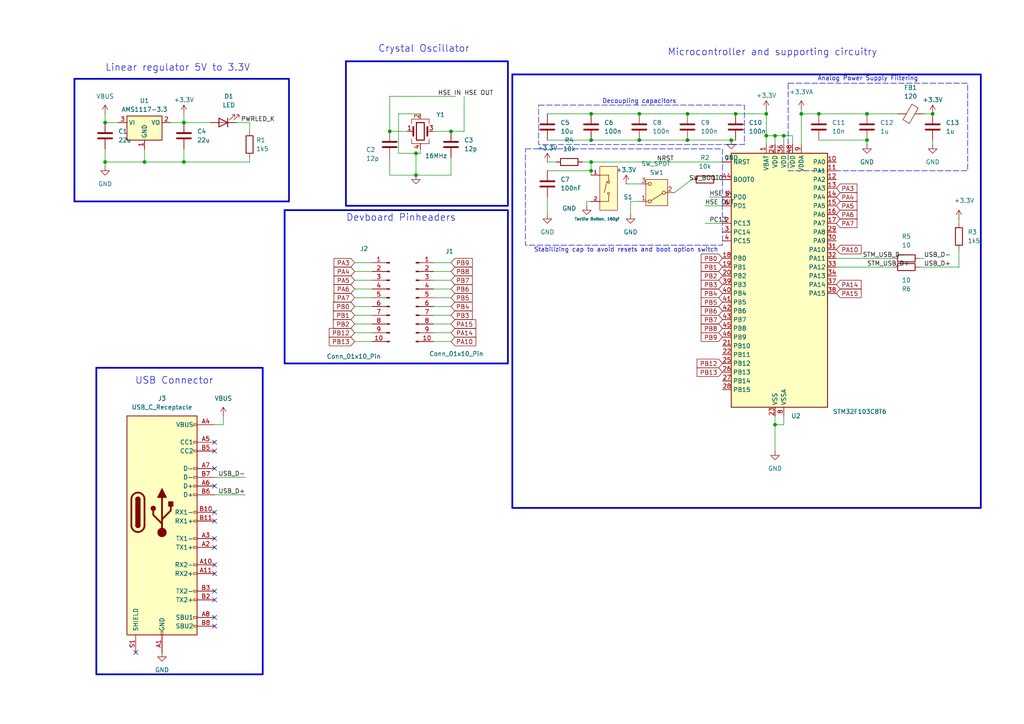
<source format=kicad_sch>
(kicad_sch (version 20250114) (generator "eeschema") (generator_version "9.0")
  (paper "A4")
  (lib_symbols
    (symbol "Connector:Conn_01x10_Pin" (pin_names (offset 1.016) (hide yes))
      (property "Reference" "J" (at 0 12.7 0))
      (property "Value" "Conn_01x10_Pin" (at 0 -15.24 0))
      (symbol "Conn_01x10_Pin_1_1"
        (rectangle (start 0.8636 10.287) (end 0 10.033) (stroke (width 0.1524)) (fill (type outline)))
        (rectangle (start 0.8636 7.747) (end 0 7.493) (stroke (width 0.1524)) (fill (type outline)))
        (rectangle (start 0.8636 5.207) (end 0 4.953) (stroke (width 0.1524)) (fill (type outline)))
        (rectangle (start 0.8636 2.667) (end 0 2.413) (stroke (width 0.1524)) (fill (type outline)))
        (rectangle (start 0.8636 0.127) (end 0 -0.127) (stroke (width 0.1524)) (fill (type outline)))
        (rectangle (start 0.8636 -2.413) (end 0 -2.667) (stroke (width 0.1524)) (fill (type outline)))
        (rectangle (start 0.8636 -4.953) (end 0 -5.207) (stroke (width 0.1524)) (fill (type outline)))
        (rectangle (start 0.8636 -7.493) (end 0 -7.747) (stroke (width 0.1524)) (fill (type outline)))
        (rectangle (start 0.8636 -10.033) (end 0 -10.287) (stroke (width 0.1524)) (fill (type outline)))
        (rectangle (start 0.8636 -12.573) (end 0 -12.827) (stroke (width 0.1524)) (fill (type outline)))
        (polyline (pts (xy 1.27 10.16) (xy 0.8636 10.16)) (stroke (width 0.1524)))
        (polyline (pts (xy 1.27 7.62) (xy 0.8636 7.62)) (stroke (width 0.1524)))
        (polyline (pts (xy 1.27 5.08) (xy 0.8636 5.08)) (stroke (width 0.1524)))
        (polyline (pts (xy 1.27 2.54) (xy 0.8636 2.54)) (stroke (width 0.1524)))
        (polyline (pts (xy 1.27 0) (xy 0.8636 0)) (stroke (width 0.1524)))
        (polyline (pts (xy 1.27 -2.54) (xy 0.8636 -2.54)) (stroke (width 0.1524)))
        (polyline (pts (xy 1.27 -5.08) (xy 0.8636 -5.08)) (stroke (width 0.1524)))
        (polyline (pts (xy 1.27 -7.62) (xy 0.8636 -7.62)) (stroke (width 0.1524)))
        (polyline (pts (xy 1.27 -10.16) (xy 0.8636 -10.16)) (stroke (width 0.1524)))
        (polyline (pts (xy 1.27 -12.7) (xy 0.8636 -12.7)) (stroke (width 0.1524)))
        (pin passive line (at 5.08 10.16 180) (length 3.81) (name "Pin_1") (number "1"))
        (pin passive line (at 5.08 7.62 180) (length 3.81) (name "Pin_2") (number "2"))
        (pin passive line (at 5.08 5.08 180) (length 3.81) (name "Pin_3") (number "3"))
        (pin passive line (at 5.08 2.54 180) (length 3.81) (name "Pin_4") (number "4"))
        (pin passive line (at 5.08 0 180) (length 3.81) (name "Pin_5") (number "5"))
        (pin passive line (at 5.08 -2.54 180) (length 3.81) (name "Pin_6") (number "6"))
        (pin passive line (at 5.08 -5.08 180) (length 3.81) (name "Pin_7") (number "7"))
        (pin passive line (at 5.08 -7.62 180) (length 3.81) (name "Pin_8") (number "8"))
        (pin passive line (at 5.08 -10.16 180) (length 3.81) (name "Pin_9") (number "9"))
        (pin passive line (at 5.08 -12.7 180) (length 3.81) (name "Pin_10") (number "10"))
      )
    )
    (symbol "Connector:USB_C_Receptacle" (pin_names (offset 1.016))
      (property "Reference" "J" (at -10.16 29.21 0))
      (property "Value" "USB_C_Receptacle" (at 10.16 29.21 0))
      (symbol "USB_C_Receptacle_0_0"
        (rectangle (start -0.254 -35.56) (end 0.254 -34.544))
        (rectangle (start 10.16 25.654) (end 9.144 25.146))
        (rectangle (start 10.16 20.574) (end 9.144 20.066))
        (rectangle (start 10.16 18.034) (end 9.144 17.526))
        (rectangle (start 10.16 12.954) (end 9.144 12.446))
        (rectangle (start 10.16 10.414) (end 9.144 9.906))
        (rectangle (start 10.16 7.874) (end 9.144 7.366))
        (rectangle (start 10.16 5.334) (end 9.144 4.826))
        (rectangle (start 10.16 0.254) (end 9.144 -0.254))
        (rectangle (start 10.16 -2.286) (end 9.144 -2.794))
        (rectangle (start 10.16 -7.366) (end 9.144 -7.874))
        (rectangle (start 10.16 -9.906) (end 9.144 -10.414))
        (rectangle (start 10.16 -14.986) (end 9.144 -15.494))
        (rectangle (start 10.16 -17.526) (end 9.144 -18.034))
        (rectangle (start 10.16 -22.606) (end 9.144 -23.114))
        (rectangle (start 10.16 -25.146) (end 9.144 -25.654))
        (rectangle (start 10.16 -30.226) (end 9.144 -30.734))
        (rectangle (start 10.16 -32.766) (end 9.144 -33.274))
      )
      (symbol "USB_C_Receptacle_0_1"
        (rectangle (start -10.16 27.94) (end 10.16 -35.56) (stroke (width 0.254)) (fill (type background)))
        (polyline (pts (xy -8.89 -3.81) (xy -8.89 3.81)) (stroke (width 0.508)))
        (rectangle (start -7.62 -3.81) (end -6.35 3.81) (stroke (width 0.254)) (fill (type outline)))
        (arc (start -7.62 3.81) (mid -6.985 4.4423) (end -6.35 3.81) (stroke (width 0.254)))
        (arc (start -7.62 3.81) (mid -6.985 4.4423) (end -6.35 3.81) (stroke (width 0.254)) (fill (type outline)))
        (arc (start -8.89 3.81) (mid -6.985 5.7067) (end -5.08 3.81) (stroke (width 0.508)))
        (arc (start -5.08 -3.81) (mid -6.985 -5.7067) (end -8.89 -3.81) (stroke (width 0.508)))
        (arc (start -6.35 -3.81) (mid -6.985 -4.4423) (end -7.62 -3.81) (stroke (width 0.254)))
        (arc (start -6.35 -3.81) (mid -6.985 -4.4423) (end -7.62 -3.81) (stroke (width 0.254)) (fill (type outline)))
        (polyline (pts (xy -5.08 3.81) (xy -5.08 -3.81)) (stroke (width 0.508)))
      )
      (symbol "USB_C_Receptacle_1_1"
        (circle (center -2.54 1.143) (radius 0.635) (stroke (width 0.254)) (fill (type outline)))
        (polyline (pts (xy -1.27 4.318) (xy 0 6.858) (xy 1.27 4.318) (xy -1.27 4.318)) (stroke (width 0.254)) (fill (type outline)))
        (polyline (pts (xy 0 -2.032) (xy 2.54 0.508) (xy 2.54 1.778)) (stroke (width 0.508)))
        (polyline (pts (xy 0 -3.302) (xy -2.54 -0.762) (xy -2.54 0.508)) (stroke (width 0.508)))
        (polyline (pts (xy 0 -5.842) (xy 0 4.318)) (stroke (width 0.508)))
        (circle (center 0 -5.842) (radius 1.27) (fill (type outline)))
        (rectangle (start 1.905 1.778) (end 3.175 3.048) (stroke (width 0.254)) (fill (type outline)))
        (pin passive line (at -7.62 -40.64 90) (length 5.08) (name "SHIELD") (number "S1"))
        (pin passive line (at 0 -40.64 90) (length 5.08) (name "GND") (number "A1"))
        (pin passive line (at 0 -40.64 90) (length 5.08) (hide yes) (name "GND") (number "A12"))
        (pin passive line (at 0 -40.64 90) (length 5.08) (hide yes) (name "GND") (number "B1"))
        (pin passive line (at 0 -40.64 90) (length 5.08) (hide yes) (name "GND") (number "B12"))
        (pin passive line (at 15.24 25.4 180) (length 5.08) (name "VBUS") (number "A4"))
        (pin passive line (at 15.24 25.4 180) (length 5.08) (hide yes) (name "VBUS") (number "A9"))
        (pin passive line (at 15.24 25.4 180) (length 5.08) (hide yes) (name "VBUS") (number "B4"))
        (pin passive line (at 15.24 25.4 180) (length 5.08) (hide yes) (name "VBUS") (number "B9"))
        (pin bidirectional line (at 15.24 20.32 180) (length 5.08) (name "CC1") (number "A5"))
        (pin bidirectional line (at 15.24 17.78 180) (length 5.08) (name "CC2") (number "B5"))
        (pin bidirectional line (at 15.24 12.7 180) (length 5.08) (name "D-") (number "A7"))
        (pin bidirectional line (at 15.24 10.16 180) (length 5.08) (name "D-") (number "B7"))
        (pin bidirectional line (at 15.24 7.62 180) (length 5.08) (name "D+") (number "A6"))
        (pin bidirectional line (at 15.24 5.08 180) (length 5.08) (name "D+") (number "B6"))
        (pin bidirectional line (at 15.24 0 180) (length 5.08) (name "RX1-") (number "B10"))
        (pin bidirectional line (at 15.24 -2.54 180) (length 5.08) (name "RX1+") (number "B11"))
        (pin bidirectional line (at 15.24 -7.62 180) (length 5.08) (name "TX1-") (number "A3"))
        (pin bidirectional line (at 15.24 -10.16 180) (length 5.08) (name "TX1+") (number "A2"))
        (pin bidirectional line (at 15.24 -15.24 180) (length 5.08) (name "RX2-") (number "A10"))
        (pin bidirectional line (at 15.24 -17.78 180) (length 5.08) (name "RX2+") (number "A11"))
        (pin bidirectional line (at 15.24 -22.86 180) (length 5.08) (name "TX2-") (number "B3"))
        (pin bidirectional line (at 15.24 -25.4 180) (length 5.08) (name "TX2+") (number "B2"))
        (pin bidirectional line (at 15.24 -30.48 180) (length 5.08) (name "SBU1") (number "A8"))
        (pin bidirectional line (at 15.24 -33.02 180) (length 5.08) (name "SBU2") (number "B8"))
      )
    )
    (symbol "Device:C" (pin_numbers (hide yes)) (pin_names (offset 0.254))
      (property "Reference" "C" (at 0.635 2.54 0))
      (property "Value" "C" (at 0.635 -2.54 0))
      (symbol "C_0_1"
        (polyline (pts (xy -2.032 0.762) (xy 2.032 0.762)) (stroke (width 0.508)))
        (polyline (pts (xy -2.032 -0.762) (xy 2.032 -0.762)) (stroke (width 0.508)))
      )
      (symbol "C_1_1"
        (pin passive line (at 0 3.81 270) (length 2.794) (name "~") (number "1"))
        (pin passive line (at 0 -3.81 90) (length 2.794) (name "~") (number "2"))
      )
    )
    (symbol "Device:Crystal_GND24" (pin_names (offset 1.016) (hide yes))
      (property "Reference" "Y" (at 3.175 5.08 0))
      (property "Value" "Crystal_GND24" (at 3.175 3.175 0))
      (symbol "Crystal_GND24_0_1"
        (polyline (pts (xy -2.54 2.286) (xy -2.54 3.556) (xy 2.54 3.556) (xy 2.54 2.286)))
        (polyline (pts (xy -2.54 0) (xy -2.032 0)))
        (polyline (pts (xy -2.54 -2.286) (xy -2.54 -3.556) (xy 2.54 -3.556) (xy 2.54 -2.286)))
        (polyline (pts (xy -2.032 -1.27) (xy -2.032 1.27)) (stroke (width 0.508)))
        (rectangle (start -1.143 2.54) (end 1.143 -2.54) (stroke (width 0.3048)))
        (polyline (pts (xy 0 3.556) (xy 0 3.81)))
        (polyline (pts (xy 0 -3.81) (xy 0 -3.556)))
        (polyline (pts (xy 2.032 0) (xy 2.54 0)))
        (polyline (pts (xy 2.032 -1.27) (xy 2.032 1.27)) (stroke (width 0.508)))
      )
      (symbol "Crystal_GND24_1_1"
        (pin passive line (at -3.81 0 0) (length 1.27) (name "1") (number "1"))
        (pin passive line (at 0 5.08 270) (length 1.27) (name "2") (number "2"))
        (pin passive line (at 0 -5.08 90) (length 1.27) (name "4") (number "4"))
        (pin passive line (at 3.81 0 180) (length 1.27) (name "3") (number "3"))
      )
    )
    (symbol "Device:FerriteBead" (pin_numbers (hide yes)) (pin_names (offset 0))
      (property "Reference" "FB" (at -3.81 0.635 90))
      (property "Value" "FerriteBead" (at 3.81 0 90))
      (symbol "FerriteBead_0_1"
        (polyline (pts (xy -2.7686 0.4064) (xy -1.7018 2.2606) (xy 2.7686 -0.3048) (xy 1.6764 -2.159) (xy -2.7686 0.4064)))
        (polyline (pts (xy 0 1.27) (xy 0 1.2954)))
        (polyline (pts (xy 0 -1.27) (xy 0 -1.2192)))
      )
      (symbol "FerriteBead_1_1"
        (pin passive line (at 0 3.81 270) (length 2.54) (name "~") (number "1"))
        (pin passive line (at 0 -3.81 90) (length 2.54) (name "~") (number "2"))
      )
    )
    (symbol "Device:LED" (pin_numbers (hide yes)) (pin_names (offset 1.016) (hide yes))
      (property "Reference" "D" (at 0 2.54 0))
      (property "Value" "LED" (at 0 -2.54 0))
      (symbol "LED_0_1"
        (polyline (pts (xy -3.048 -0.762) (xy -4.572 -2.286) (xy -3.81 -2.286) (xy -4.572 -2.286) (xy -4.572 -1.524)))
        (polyline (pts (xy -1.778 -0.762) (xy -3.302 -2.286) (xy -2.54 -2.286) (xy -3.302 -2.286) (xy -3.302 -1.524)))
        (polyline (pts (xy -1.27 0) (xy 1.27 0)))
        (polyline (pts (xy -1.27 -1.27) (xy -1.27 1.27)) (stroke (width 0.254)))
        (polyline (pts (xy 1.27 -1.27) (xy 1.27 1.27) (xy -1.27 0) (xy 1.27 -1.27)) (stroke (width 0.254)))
      )
      (symbol "LED_1_1"
        (pin passive line (at -3.81 0 0) (length 2.54) (name "K") (number "1"))
        (pin passive line (at 3.81 0 180) (length 2.54) (name "A") (number "2"))
      )
    )
    (symbol "Device:R" (pin_numbers (hide yes)) (pin_names (offset 0))
      (property "Reference" "R" (at 2.032 0 90))
      (property "Value" "R" (at 0 0 90))
      (symbol "R_0_1"
        (rectangle (start -1.016 -2.54) (end 1.016 2.54) (stroke (width 0.254)))
      )
      (symbol "R_1_1"
        (pin passive line (at 0 3.81 270) (length 1.27) (name "~") (number "1"))
        (pin passive line (at 0 -3.81 90) (length 1.27) (name "~") (number "2"))
      )
    )
    (symbol "PCM_JLCPCB-Connectors_Buttons:Tactile Button, 160gf, 12V, 50mA, 4.0mm" (pin_names (hide yes))
      (property "Reference" "S" (at 0 1.27 0))
      (property "Value" "Tactile Button, 160gf" (at 0 -8.89 0))
      (symbol "Tactile Button, 160gf, 12V, 50mA, 4.0mm_0_1"
        (polyline (pts (xy -2.54 2.54) (xy 0 2.54)))
        (polyline (pts (xy -2.54 -5.08) (xy 0 -5.08)))
        (polyline (pts (xy -0.508 0.762) (xy -1.27 -2.54)))
        (polyline (pts (xy 0 0.762) (xy 0 2.54)))
        (circle (center 0 0.508) (radius 0.3175) (fill (type background)))
        (circle (center 0 -2.794) (radius 0.3175) (fill (type background)))
        (polyline (pts (xy 0 -3.302) (xy 0 -5.08)))
        (pin unspecified line (at -5.08 2.54 0) (length 2.54) (name "A") (number "1"))
        (pin unspecified line (at -5.08 -5.08 0) (length 2.54) (name "B") (number "2"))
      )
      (symbol "Tactile Button, 160gf, 12V, 50mA, 4.0mm_1_1"
        (rectangle (start -2.54 5.08) (end 2.54 -7.62) (fill (type background)))
      )
    )
    (symbol "PCM_JLCPCB-MCUs:STM32F103C8T6"
      (property "Reference" "U" (at -12.7 39.37 0))
      (property "Value" "STM32F103C8T6" (at 10.16 39.37 0))
      (symbol "STM32F103C8T6_0_1"
        (rectangle (start -12.7 -35.56) (end 15.24 38.1) (stroke (width 0.254)) (fill (type background)))
      )
      (symbol "STM32F103C8T6_1_1"
        (pin input line (at -15.24 35.56 0) (length 2.54) (name "NRST") (number "7"))
        (pin input line (at -15.24 30.48 0) (length 2.54) (name "BOOT0") (number "44"))
        (pin bidirectional line (at -15.24 25.4 0) (length 2.54) (name "PD0") (number "5"))
        (pin bidirectional line (at -15.24 22.86 0) (length 2.54) (name "PD1") (number "6"))
        (pin bidirectional line (at -15.24 17.78 0) (length 2.54) (name "PC13") (number "2"))
        (pin bidirectional line (at -15.24 15.24 0) (length 2.54) (name "PC14") (number "3"))
        (pin bidirectional line (at -15.24 12.7 0) (length 2.54) (name "PC15") (number "4"))
        (pin bidirectional line (at -15.24 7.62 0) (length 2.54) (name "PB0") (number "18"))
        (pin bidirectional line (at -15.24 5.08 0) (length 2.54) (name "PB1") (number "19"))
        (pin bidirectional line (at -15.24 2.54 0) (length 2.54) (name "PB2") (number "20"))
        (pin bidirectional line (at -15.24 0 0) (length 2.54) (name "PB3") (number "39"))
        (pin bidirectional line (at -15.24 -2.54 0) (length 2.54) (name "PB4") (number "40"))
        (pin bidirectional line (at -15.24 -5.08 0) (length 2.54) (name "PB5") (number "41"))
        (pin bidirectional line (at -15.24 -7.62 0) (length 2.54) (name "PB6") (number "42"))
        (pin bidirectional line (at -15.24 -10.16 0) (length 2.54) (name "PB7") (number "43"))
        (pin bidirectional line (at -15.24 -12.7 0) (length 2.54) (name "PB8") (number "45"))
        (pin bidirectional line (at -15.24 -15.24 0) (length 2.54) (name "PB9") (number "46"))
        (pin bidirectional line (at -15.24 -17.78 0) (length 2.54) (name "PB10") (number "21"))
        (pin bidirectional line (at -15.24 -20.32 0) (length 2.54) (name "PB11") (number "22"))
        (pin bidirectional line (at -15.24 -22.86 0) (length 2.54) (name "PB12") (number "25"))
        (pin bidirectional line (at -15.24 -25.4 0) (length 2.54) (name "PB13") (number "26"))
        (pin bidirectional line (at -15.24 -27.94 0) (length 2.54) (name "PB14") (number "27"))
        (pin bidirectional line (at -15.24 -30.48 0) (length 2.54) (name "PB15") (number "28"))
        (pin power_in line (at -2.54 40.64 270) (length 2.54) (name "VBAT") (number "1"))
        (pin power_in line (at 0 40.64 270) (length 2.54) (name "VDD") (number "24"))
        (pin power_in line (at 0 -38.1 90) (length 2.54) (name "VSS") (number "23"))
        (pin passive line (at 0 -38.1 90) (length 2.54) (hide yes) (name "VSS") (number "35"))
        (pin passive line (at 0 -38.1 90) (length 2.54) (hide yes) (name "VSS") (number "47"))
        (pin power_in line (at 2.54 40.64 270) (length 2.54) (name "VDD") (number "36"))
        (pin power_in line (at 2.54 -38.1 90) (length 2.54) (name "VSSA") (number "8"))
        (pin power_in line (at 5.08 40.64 270) (length 2.54) (name "VDD") (number "48"))
        (pin power_in line (at 7.62 40.64 270) (length 2.54) (name "VDDA") (number "9"))
        (pin bidirectional line (at 17.78 35.56 180) (length 2.54) (name "PA0") (number "10"))
        (pin bidirectional line (at 17.78 33.02 180) (length 2.54) (name "PA1") (number "11"))
        (pin bidirectional line (at 17.78 30.48 180) (length 2.54) (name "PA2") (number "12"))
        (pin bidirectional line (at 17.78 27.94 180) (length 2.54) (name "PA3") (number "13"))
        (pin bidirectional line (at 17.78 25.4 180) (length 2.54) (name "PA4") (number "14"))
        (pin bidirectional line (at 17.78 22.86 180) (length 2.54) (name "PA5") (number "15"))
        (pin bidirectional line (at 17.78 20.32 180) (length 2.54) (name "PA6") (number "16"))
        (pin bidirectional line (at 17.78 17.78 180) (length 2.54) (name "PA7") (number "17"))
        (pin bidirectional line (at 17.78 15.24 180) (length 2.54) (name "PA8") (number "29"))
        (pin bidirectional line (at 17.78 12.7 180) (length 2.54) (name "PA9") (number "30"))
        (pin bidirectional line (at 17.78 10.16 180) (length 2.54) (name "PA10") (number "31"))
        (pin bidirectional line (at 17.78 7.62 180) (length 2.54) (name "PA11") (number "32"))
        (pin bidirectional line (at 17.78 5.08 180) (length 2.54) (name "PA12") (number "33"))
        (pin bidirectional line (at 17.78 2.54 180) (length 2.54) (name "PA13") (number "34"))
        (pin bidirectional line (at 17.78 0 180) (length 2.54) (name "PA14") (number "37"))
        (pin bidirectional line (at 17.78 -2.54 180) (length 2.54) (name "PA15") (number "38"))
      )
    )
    (symbol "Regulator_Linear:AMS1117-3.3"
      (property "Reference" "U" (at -3.81 3.175 0))
      (property "Value" "AMS1117-3.3" (at 0 3.175 0))
      (symbol "AMS1117-3.3_0_1"
        (rectangle (start -5.08 -5.08) (end 5.08 1.905) (stroke (width 0.254)) (fill (type background)))
      )
      (symbol "AMS1117-3.3_1_1"
        (pin power_in line (at -7.62 0 0) (length 2.54) (name "VI") (number "3"))
        (pin power_in line (at 0 -7.62 90) (length 2.54) (name "GND") (number "1"))
        (pin power_out line (at 7.62 0 180) (length 2.54) (name "VO") (number "2"))
      )
    )
    (symbol "Switch:SW_SPDT" (pin_names (offset 0) (hide yes))
      (property "Reference" "SW" (at 0 5.08 0))
      (property "Value" "SW_SPDT" (at 0 -5.08 0))
      (symbol "SW_SPDT_0_1"
        (circle (center -2.032 0) (radius 0.4572))
        (polyline (pts (xy -1.651 0.254) (xy 1.651 2.286)))
        (circle (center 2.032 2.54) (radius 0.4572))
        (circle (center 2.032 -2.54) (radius 0.4572))
      )
      (symbol "SW_SPDT_1_1"
        (rectangle (start -3.175 3.81) (end 3.175 -3.81) (fill (type background)))
        (pin passive line (at -5.08 0 0) (length 2.54) (name "B") (number "2"))
        (pin passive line (at 5.08 2.54 180) (length 2.54) (name "A") (number "1"))
        (pin passive line (at 5.08 -2.54 180) (length 2.54) (name "C") (number "3"))
      )
    )
    (symbol "power:+3.3V" (power) (pin_numbers (hide yes)) (pin_names (offset 0) (hide yes))
      (property "Value" "+3.3V" (at 0 3.556 0))
      (symbol "+3.3V_0_1"
        (polyline (pts (xy -0.762 1.27) (xy 0 2.54)))
        (polyline (pts (xy 0 2.54) (xy 0.762 1.27)))
        (polyline (pts (xy 0 0) (xy 0 2.54)))
      )
      (symbol "+3.3V_1_1"
        (pin power_in line (at 0 0 90) (length 0) (name "~") (number "1"))
      )
    )
    (symbol "power:+3.3VA" (power) (pin_numbers (hide yes)) (pin_names (offset 0) (hide yes))
      (property "Value" "+3.3VA" (at 0 3.556 0))
      (symbol "+3.3VA_0_1"
        (polyline (pts (xy -0.762 1.27) (xy 0 2.54)))
        (polyline (pts (xy 0 2.54) (xy 0.762 1.27)))
        (polyline (pts (xy 0 0) (xy 0 2.54)))
      )
      (symbol "+3.3VA_1_1"
        (pin power_in line (at 0 0 90) (length 0) (name "~") (number "1"))
      )
    )
    (symbol "power:GND" (power) (pin_numbers (hide yes)) (pin_names (offset 0) (hide yes))
      (property "Value" "GND" (at 0 -3.81 0))
      (symbol "GND_0_1"
        (polyline (pts (xy 0 0) (xy 0 -1.27) (xy 1.27 -1.27) (xy 0 -2.54) (xy -1.27 -1.27) (xy 0 -1.27)))
      )
      (symbol "GND_1_1"
        (pin power_in line (at 0 0 270) (length 0) (name "~") (number "1"))
      )
    )
    (symbol "power:VBUS" (power) (pin_numbers (hide yes)) (pin_names (offset 0) (hide yes))
      (property "Value" "VBUS" (at 0 3.556 0))
      (symbol "VBUS_0_1"
        (polyline (pts (xy -0.762 1.27) (xy 0 2.54)))
        (polyline (pts (xy 0 2.54) (xy 0.762 1.27)))
        (polyline (pts (xy 0 0) (xy 0 2.54)))
      )
      (symbol "VBUS_1_1"
        (pin power_in line (at 0 0 90) (length 0) (name "~") (number "1"))
      )
    )
  )
  (rectangle (start 156.21 30.48) (end 215.9 41.91) (stroke (width 0) (type dash)))
  (rectangle (start 82.55 60.96) (end 147.32 105.41) (stroke (width 0.5)))
  (rectangle (start 21.59 22.86) (end 83.82 58.42) (stroke (width 0.5)))
  (rectangle (start 152.4 43.18) (end 209.55 71.12) (stroke (width 0) (type dash)))
  (rectangle (start 27.94 106.68) (end 76.2 195.58) (stroke (width 0.5)))
  (rectangle (start 100.33 17.78) (end 147.32 59.69) (stroke (width 0.5)))
  (rectangle (start 228.6 24.13) (end 280.67 49.53) (stroke (width 0) (type dash)))
  (rectangle (start 148.59 21.59) (end 284.48 147.32) (stroke (width 0.5)))
  (text "Stabilizing cap to avoid resets and boot option switch\n" (at 181.5885 72.5435 0) (effects (font (size 1.27 1.27))))
  (text "Microcontroller and supporting circuitry\n" (at 224.028 15.24 0) (effects (font (size 2 2))))
  (text "Analog Power Supply Filtering\n" (at 251.714 22.86 0) (effects (font (size 1.27 1.27))))
  (text "USB Connector\n" (at 50.546 110.49 0) (effects (font (size 2 2))))
  (text "Devboard Pinheaders\n" (at 116.332 63.246 0) (effects (font (size 2 2))))
  (text "Crystal Oscillator\n" (at 122.936 14.224 0) (effects (font (size 2 2))))
  (text "Linear regulator 5V to 3.3V\n\n" (at 51.562 21.336 0) (effects (font (size 2 2))))
  (text "Decoupling capacitors\n" (at 185.42 29.464 0) (effects (font (size 1.27 1.27))))
  (junction (at 171.45 46.99))
  (junction (at 171.45 49.53))
  (junction (at 53.34 46.99))
  (junction (at 185.42 40.64))
  (junction (at 222.25 33.02))
  (junction (at 224.79 39.37))
  (junction (at 185.42 33.02))
  (junction (at 199.39 33.02))
  (junction (at 120.65 50.8))
  (junction (at 30.48 46.99))
  (junction (at 130.81 38.1))
  (junction (at 251.46 33.02))
  (junction (at 213.36 33.02))
  (junction (at 113.03 38.1))
  (junction (at 120.65 44.45))
  (junction (at 53.34 35.56))
  (junction (at 237.49 33.02))
  (junction (at 171.45 33.02))
  (junction (at 222.25 39.37))
  (junction (at 212.09 40.64))
  (junction (at 270.51 33.02))
  (junction (at 251.46 40.64))
  (junction (at 199.39 40.64))
  (junction (at 227.33 39.37))
  (junction (at 171.45 40.64))
  (junction (at 232.41 33.02))
  (junction (at 30.48 35.56))
  (junction (at 41.91 46.99))
  (junction (at 224.79 123.19))
  (no_connect (at 62.23 171.45))
  (no_connect (at 62.23 148.59))
  (no_connect (at 62.23 163.83))
  (no_connect (at 62.23 158.75))
  (no_connect (at 39.37 189.23))
  (no_connect (at 62.23 166.37))
  (no_connect (at 62.23 173.99))
  (no_connect (at 62.23 130.81))
  (no_connect (at 62.23 151.13))
  (no_connect (at 62.23 128.27))
  (no_connect (at 62.23 135.89))
  (no_connect (at 62.23 140.97))
  (no_connect (at 62.23 181.61))
  (no_connect (at 62.23 156.21))
  (no_connect (at 62.23 179.07))
  (wire (pts (xy 64.77 123.19) (xy 62.23 123.19)))
  (wire (pts (xy 213.36 33.02) (xy 222.25 33.02)))
  (wire (pts (xy 53.34 33.02) (xy 53.34 35.56)))
  (wire (pts (xy 125.73 86.36) (xy 130.81 86.36)))
  (wire (pts (xy 266.7 77.47) (xy 278.13 77.47)))
  (wire (pts (xy 171.45 46.99) (xy 209.55 46.99)))
  (wire (pts (xy 30.48 46.99) (xy 30.48 48.26)))
  (wire (pts (xy 130.81 38.1) (xy 134.62 38.1)))
  (wire (pts (xy 227.33 39.37) (xy 229.87 39.37)))
  (wire (pts (xy 125.73 76.2) (xy 130.81 76.2)))
  (wire (pts (xy 212.09 40.64) (xy 213.36 40.64)))
  (wire (pts (xy 270.51 40.64) (xy 270.51 41.91)))
  (wire (pts (xy 107.95 83.82) (xy 102.87 83.82)))
  (wire (pts (xy 242.57 77.47) (xy 259.08 77.47)))
  (wire (pts (xy 30.48 43.18) (xy 30.48 46.99)))
  (wire (pts (xy 195.58 55.88) (xy 200.66 52.07)))
  (wire (pts (xy 224.79 123.19) (xy 227.33 123.19)))
  (wire (pts (xy 125.73 91.44) (xy 130.81 91.44)))
  (wire (pts (xy 53.34 43.18) (xy 53.34 46.99)))
  (wire (pts (xy 113.03 50.8) (xy 120.65 50.8)))
  (wire (pts (xy 227.33 120.65) (xy 227.33 123.19)))
  (wire (pts (xy 125.73 99.06) (xy 130.81 99.06)))
  (wire (pts (xy 222.25 33.02) (xy 222.25 39.37)))
  (wire (pts (xy 185.42 58.42) (xy 182.88 58.42)))
  (wire (pts (xy 237.49 33.02) (xy 251.46 33.02)))
  (wire (pts (xy 222.25 39.37) (xy 222.25 41.91)))
  (wire (pts (xy 251.46 33.02) (xy 260.35 33.02)))
  (wire (pts (xy 237.49 40.64) (xy 251.46 40.64)))
  (wire (pts (xy 53.34 35.56) (xy 60.96 35.56)))
  (wire (pts (xy 107.95 76.2) (xy 102.87 76.2)))
  (wire (pts (xy 30.48 35.56) (xy 34.29 35.56)))
  (wire (pts (xy 107.95 93.98) (xy 102.87 93.98)))
  (wire (pts (xy 107.95 99.06) (xy 102.87 99.06)))
  (wire (pts (xy 125.73 78.74) (xy 130.81 78.74)))
  (wire (pts (xy 64.77 120.65) (xy 64.77 123.19)))
  (wire (pts (xy 72.39 35.56) (xy 72.39 38.1)))
  (wire (pts (xy 107.95 91.44) (xy 102.87 91.44)))
  (wire (pts (xy 222.25 39.37) (xy 224.79 39.37)))
  (wire (pts (xy 171.45 33.02) (xy 185.42 33.02)))
  (wire (pts (xy 125.73 93.98) (xy 130.81 93.98)))
  (wire (pts (xy 125.73 83.82) (xy 130.81 83.82)))
  (wire (pts (xy 171.45 40.64) (xy 185.42 40.64)))
  (wire (pts (xy 125.73 81.28) (xy 130.81 81.28)))
  (wire (pts (xy 232.41 33.02) (xy 232.41 41.91)))
  (wire (pts (xy 115.57 44.45) (xy 120.65 44.45)))
  (wire (pts (xy 199.39 33.02) (xy 213.36 33.02)))
  (wire (pts (xy 113.03 27.94) (xy 132.08 27.94)))
  (wire (pts (xy 266.7 74.93) (xy 267.97 74.93)))
  (wire (pts (xy 53.34 46.99) (xy 72.39 46.99)))
  (wire (pts (xy 113.03 38.1) (xy 118.11 38.1)))
  (wire (pts (xy 107.95 78.74) (xy 102.87 78.74)))
  (wire (pts (xy 278.13 72.39) (xy 278.13 77.47)))
  (wire (pts (xy 232.41 31.75) (xy 232.41 33.02)))
  (wire (pts (xy 224.79 39.37) (xy 227.33 39.37)))
  (wire (pts (xy 224.79 39.37) (xy 224.79 41.91)))
  (wire (pts (xy 199.39 40.64) (xy 212.09 40.64)))
  (wire (pts (xy 158.75 40.64) (xy 171.45 40.64)))
  (wire (pts (xy 185.42 33.02) (xy 199.39 33.02)))
  (wire (pts (xy 134.62 27.94) (xy 134.62 38.1)))
  (wire (pts (xy 222.25 31.75) (xy 222.25 33.02)))
  (wire (pts (xy 229.87 39.37) (xy 229.87 41.91)))
  (wire (pts (xy 30.48 46.99) (xy 41.91 46.99)))
  (wire (pts (xy 267.97 33.02) (xy 270.51 33.02)))
  (wire (pts (xy 171.45 46.99) (xy 171.45 49.53)))
  (wire (pts (xy 107.95 88.9) (xy 102.87 88.9)))
  (wire (pts (xy 242.57 74.93) (xy 259.08 74.93)))
  (wire (pts (xy 115.57 33.02) (xy 121.92 33.02)))
  (wire (pts (xy 121.92 43.18) (xy 121.92 44.45)))
  (wire (pts (xy 185.42 40.64) (xy 199.39 40.64)))
  (wire (pts (xy 120.65 44.45) (xy 120.65 50.8)))
  (wire (pts (xy 41.91 43.18) (xy 41.91 46.99)))
  (wire (pts (xy 158.75 46.99) (xy 161.29 46.99)))
  (wire (pts (xy 181.61 53.34) (xy 185.42 53.34)))
  (wire (pts (xy 113.03 27.94) (xy 113.03 38.1)))
  (wire (pts (xy 107.95 86.36) (xy 102.87 86.36)))
  (wire (pts (xy 62.23 143.51) (xy 71.12 143.51)))
  (wire (pts (xy 107.95 96.52) (xy 102.87 96.52)))
  (wire (pts (xy 30.48 33.02) (xy 30.48 35.56)))
  (wire (pts (xy 49.53 35.56) (xy 53.34 35.56)))
  (wire (pts (xy 224.79 120.65) (xy 224.79 123.19)))
  (wire (pts (xy 224.79 123.19) (xy 224.79 130.81)))
  (wire (pts (xy 170.18 59.69) (xy 170.18 58.42)))
  (wire (pts (xy 41.91 46.99) (xy 53.34 46.99)))
  (wire (pts (xy 115.57 33.02) (xy 115.57 44.45)))
  (wire (pts (xy 227.33 39.37) (xy 227.33 41.91)))
  (wire (pts (xy 72.39 45.72) (xy 72.39 46.99)))
  (wire (pts (xy 125.73 96.52) (xy 130.81 96.52)))
  (wire (pts (xy 278.13 63.5) (xy 278.13 64.77)))
  (wire (pts (xy 113.03 45.72) (xy 113.03 50.8)))
  (wire (pts (xy 170.18 58.42) (xy 171.45 58.42)))
  (wire (pts (xy 208.28 52.07) (xy 209.55 52.07)))
  (wire (pts (xy 107.95 81.28) (xy 102.87 81.28)))
  (wire (pts (xy 125.73 88.9) (xy 130.81 88.9)))
  (wire (pts (xy 120.65 50.8) (xy 130.81 50.8)))
  (wire (pts (xy 168.91 46.99) (xy 171.45 46.99)))
  (wire (pts (xy 62.23 138.43) (xy 71.12 138.43)))
  (wire (pts (xy 204.47 59.69) (xy 209.55 59.69)))
  (wire (pts (xy 130.81 45.72) (xy 130.81 50.8)))
  (wire (pts (xy 68.58 35.56) (xy 72.39 35.56)))
  (wire (pts (xy 182.88 58.42) (xy 182.88 62.23)))
  (wire (pts (xy 205.74 57.15) (xy 209.55 57.15)))
  (wire (pts (xy 232.41 33.02) (xy 237.49 33.02)))
  (wire (pts (xy 251.46 40.64) (xy 251.46 41.91)))
  (wire (pts (xy 171.45 49.53) (xy 171.45 50.8)))
  (wire (pts (xy 158.75 62.23) (xy 158.75 57.15)))
  (wire (pts (xy 204.47 64.77) (xy 209.55 64.77)))
  (wire (pts (xy 158.75 49.53) (xy 171.45 49.53)))
  (wire (pts (xy 125.73 38.1) (xy 130.81 38.1)))
  (wire (pts (xy 158.75 33.02) (xy 171.45 33.02)))
  (wire (pts (xy 120.65 44.45) (xy 121.92 44.45)))
  (label "USB_D-" (at 267.97 74.93 0))
  (label "PC13" (at 205.74 64.77 0))
  (label "NRST" (at 190.5 46.99 0))
  (label "HSE IN" (at 205.74 57.15 0))
  (label "HSE OUT" (at 134.62 27.94 0))
  (label "USB_D+" (at 267.97 77.47 0))
  (label "HSE OUT" (at 204.47 59.69 0))
  (label "USB_D-" (at 71.12 138.43 180))
  (label "HSE IN" (at 127 27.94 0))
  (label "USB_D+" (at 71.12 143.51 180))
  (label "STM_USB_D+" (at 251.46 77.47 0))
  (label "SW_BOOT0" (at 199.8472 52.6796 0))
  (label "PWRLED_K" (at 69.85 35.56 0))
  (label "STM_USB_D-" (at 250.19 74.93 0))
  (global_label "PA6" (shape input) (at 102.87 83.82 180) (property "Intersheetrefs" "${INTERSHEET_REFS}" (effects (hide yes))))
  (global_label "PA14" (shape input) (at 130.81 96.52 0) (property "Intersheetrefs" "${INTERSHEET_REFS}" (effects (hide yes))))
  (global_label "PA3" (shape input) (at 242.57 54.61 0) (property "Intersheetrefs" "${INTERSHEET_REFS}" (effects (hide yes))))
  (global_label "PB13" (shape input) (at 102.87 99.06 180) (property "Intersheetrefs" "${INTERSHEET_REFS}" (effects (hide yes))))
  (global_label "PB3" (shape input) (at 130.81 91.44 0) (property "Intersheetrefs" "${INTERSHEET_REFS}" (effects (hide yes))))
  (global_label "PA7" (shape input) (at 102.87 86.36 180) (property "Intersheetrefs" "${INTERSHEET_REFS}" (effects (hide yes))))
  (global_label "PB7" (shape input) (at 130.81 81.28 0) (property "Intersheetrefs" "${INTERSHEET_REFS}" (effects (hide yes))))
  (global_label "PA14" (shape input) (at 242.57 82.55 0) (property "Intersheetrefs" "${INTERSHEET_REFS}" (effects (hide yes))))
  (global_label "PA4" (shape input) (at 242.57 57.15 0) (property "Intersheetrefs" "${INTERSHEET_REFS}" (effects (hide yes))))
  (global_label "PB0" (shape input) (at 102.87 88.9 180) (property "Intersheetrefs" "${INTERSHEET_REFS}" (effects (hide yes))))
  (global_label "PA3" (shape input) (at 102.87 76.2 180) (property "Intersheetrefs" "${INTERSHEET_REFS}" (effects (hide yes))))
  (global_label "PB1" (shape input) (at 102.87 91.44 180) (property "Intersheetrefs" "${INTERSHEET_REFS}" (effects (hide yes))))
  (global_label "PB5" (shape input) (at 209.55 87.63 180) (property "Intersheetrefs" "${INTERSHEET_REFS}" (effects (hide yes))))
  (global_label "PA7" (shape input) (at 242.57 64.77 0) (property "Intersheetrefs" "${INTERSHEET_REFS}" (effects (hide yes))))
  (global_label "PB9" (shape input) (at 209.55 97.79 180) (property "Intersheetrefs" "${INTERSHEET_REFS}" (effects (hide yes))))
  (global_label "PB1" (shape input) (at 209.55 77.47 180) (property "Intersheetrefs" "${INTERSHEET_REFS}" (effects (hide yes))))
  (global_label "PA5" (shape input) (at 242.57 59.69 0) (property "Intersheetrefs" "${INTERSHEET_REFS}" (effects (hide yes))))
  (global_label "PB12" (shape input) (at 102.87 96.52 180) (property "Intersheetrefs" "${INTERSHEET_REFS}" (effects (hide yes))))
  (global_label "PB4" (shape input) (at 209.55 85.09 180) (property "Intersheetrefs" "${INTERSHEET_REFS}" (effects (hide yes))))
  (global_label "PB3" (shape input) (at 209.55 82.55 180) (property "Intersheetrefs" "${INTERSHEET_REFS}" (effects (hide yes))))
  (global_label "PB9" (shape input) (at 130.81 76.2 0) (property "Intersheetrefs" "${INTERSHEET_REFS}" (effects (hide yes))))
  (global_label "PB6" (shape input) (at 130.81 83.82 0) (property "Intersheetrefs" "${INTERSHEET_REFS}" (effects (hide yes))))
  (global_label "PA10" (shape input) (at 242.57 72.39 0) (property "Intersheetrefs" "${INTERSHEET_REFS}" (effects (hide yes))))
  (global_label "PA15" (shape input) (at 242.57 85.09 0) (property "Intersheetrefs" "${INTERSHEET_REFS}" (effects (hide yes))))
  (global_label "PB13" (shape input) (at 209.55 107.95 180) (property "Intersheetrefs" "${INTERSHEET_REFS}" (effects (hide yes))))
  (global_label "PB0" (shape input) (at 209.55 74.93 180) (property "Intersheetrefs" "${INTERSHEET_REFS}" (effects (hide yes))))
  (global_label "PB2" (shape input) (at 102.87 93.98 180) (property "Intersheetrefs" "${INTERSHEET_REFS}" (effects (hide yes))))
  (global_label "PA4" (shape input) (at 102.87 78.74 180) (property "Intersheetrefs" "${INTERSHEET_REFS}" (effects (hide yes))))
  (global_label "PB4" (shape input) (at 130.81 88.9 0) (property "Intersheetrefs" "${INTERSHEET_REFS}" (effects (hide yes))))
  (global_label "PB5" (shape input) (at 130.81 86.36 0) (property "Intersheetrefs" "${INTERSHEET_REFS}" (effects (hide yes))))
  (global_label "PB8" (shape input) (at 130.81 78.74 0) (property "Intersheetrefs" "${INTERSHEET_REFS}" (effects (hide yes))))
  (global_label "PB12" (shape input) (at 209.55 105.41 180) (property "Intersheetrefs" "${INTERSHEET_REFS}" (effects (hide yes))))
  (global_label "PB7" (shape input) (at 209.55 92.71 180) (property "Intersheetrefs" "${INTERSHEET_REFS}" (effects (hide yes))))
  (global_label "PB2" (shape input) (at 209.55 80.01 180) (property "Intersheetrefs" "${INTERSHEET_REFS}" (effects (hide yes))))
  (global_label "PA15" (shape input) (at 130.81 93.98 0) (property "Intersheetrefs" "${INTERSHEET_REFS}" (effects (hide yes))))
  (global_label "PB8" (shape input) (at 209.55 95.25 180) (property "Intersheetrefs" "${INTERSHEET_REFS}" (effects (hide yes))))
  (global_label "PA5" (shape input) (at 102.87 81.28 180) (property "Intersheetrefs" "${INTERSHEET_REFS}" (effects (hide yes))))
  (global_label "PB6" (shape input) (at 209.55 90.17 180) (property "Intersheetrefs" "${INTERSHEET_REFS}" (effects (hide yes))))
  (global_label "PA10" (shape input) (at 130.81 99.06 0) (property "Intersheetrefs" "${INTERSHEET_REFS}" (effects (hide yes))))
  (global_label "PA6" (shape input) (at 242.57 62.23 0) (property "Intersheetrefs" "${INTERSHEET_REFS}" (effects (hide yes))))
  (symbol (lib_id "power:VBUS") (at 30.48 33.02 0) (unit 1)
    (property "Reference" "#PWR01" (effects (hide yes)))
    (property "Value" "VBUS" (at 30.48 27.94 0))
    (property "Description" "Power symbol creates a global label with name \"VBUS\"" (effects (hide yes)))
  )
  (symbol (lib_id "Device:C") (at 237.49 36.83 0) (unit 1)
    (property "Reference" "C11" (at 241.3 35.5599 0) (effects (justify left)))
    (property "Value" "10n" (at 241.3 38.0999 0) (effects (justify left)))
    (property "Footprint" "Capacitor_SMD:C_0402_1005Metric" (effects (hide yes)))
    (property "Description" "Unpolarized capacitor" (effects (hide yes)))
  )
  (symbol (lib_id "power:GND") (at 251.46 41.91 0) (unit 1)
    (property "Reference" "#PWR012" (effects (hide yes)))
    (property "Value" "GND" (at 251.46 46.99 0))
    (property "Description" "Power symbol creates a global label with name \"GND\" , ground" (effects (hide yes)))
  )
  (symbol (lib_id "power:GND") (at 170.18 59.69 0) (unit 1)
    (property "Reference" "#PWR019" (effects (hide yes)))
    (property "Value" "GND" (at 165.1 60.452 0))
    (property "Description" "Power symbol creates a global label with name \"GND\" , ground" (effects (hide yes)))
  )
  (symbol (lib_id "power:GND") (at 30.48 48.26 0) (unit 1)
    (property "Reference" "#PWR02" (effects (hide yes)))
    (property "Value" "GND" (at 30.48 53.34 0))
    (property "Description" "Power symbol creates a global label with name \"GND\" , ground" (effects (hide yes)))
  )
  (symbol (lib_id "Connector:Conn_01x10_Pin") (at 113.03 86.36 0) (mirror y) (unit 1)
    (property "Reference" "J2" (at 104.394 72.136 0) (effects (justify right)))
    (property "Value" "Conn_01x10_Pin" (at 124.46 102.616 0) (effects (justify right)))
    (property "Footprint" "Connector_PinHeader_2.54mm:PinHeader_1x10_P2.54mm_Vertical" (effects (hide yes)))
    (property "Description" "Generic connector, single row, 01x10, script generated" (effects (hide yes)))
  )
  (symbol (lib_id "Regulator_Linear:AMS1117-3.3") (at 41.91 35.56 0) (unit 1)
    (property "Reference" "U1" (at 41.91 29.21 0))
    (property "Value" "AMS1117-3.3" (at 41.91 31.75 0))
    (property "Footprint" "Package_TO_SOT_SMD:SOT-223-3_TabPin2" (effects (hide yes)))
    (property "Datasheet" "http://www.advanced-monolithic.com/pdf/ds1117.pdf" (effects (hide yes)))
    (property "Description" "1A Low Dropout regulator, positive, 3.3V fixed output, SOT-223" (effects (hide yes)))
  )
  (symbol (lib_id "Device:C") (at 171.45 36.83 0) (unit 1)
    (property "Reference" "C6" (at 175.26 35.5599 0) (effects (justify left)))
    (property "Value" "100n" (at 175.26 38.0999 0) (effects (justify left)))
    (property "Footprint" "Capacitor_SMD:C_0402_1005Metric" (effects (hide yes)))
    (property "Description" "Unpolarized capacitor" (effects (hide yes)))
  )
  (symbol (lib_id "power:GND") (at 270.51 41.91 0) (unit 1)
    (property "Reference" "#PWR015" (effects (hide yes)))
    (property "Value" "GND" (at 270.51 46.99 0))
    (property "Description" "Power symbol creates a global label with name \"GND\" , ground" (effects (hide yes)))
  )
  (symbol (lib_id "power:VBUS") (at 64.77 120.65 0) (mirror y) (unit 1)
    (property "Reference" "#PWR021" (effects (hide yes)))
    (property "Value" "VBUS" (at 64.77 115.57 0))
    (property "Description" "Power symbol creates a global label with name \"VBUS\"" (effects (hide yes)))
  )
  (symbol (lib_id "Connector:USB_C_Receptacle") (at 46.99 148.59 0) (unit 1)
    (property "Reference" "J3" (at 46.99 115.57 0))
    (property "Value" "USB_C_Receptacle" (at 46.99 118.11 0))
    (property "Footprint" "Connector_USB:USB_C_Receptacle_GCT_USB4110" (effects (hide yes)))
    (property "Datasheet" "https://www.usb.org/sites/default/files/documents/usb_type-c.zip" (effects (hide yes)))
    (property "Description" "USB Full-Featured Type-C Receptacle connector" (effects (hide yes)))
  )
  (symbol (lib_id "Device:C") (at 270.51 36.83 0) (unit 1)
    (property "Reference" "C13" (at 274.32 35.5599 0) (effects (justify left)))
    (property "Value" "1u" (at 274.32 38.0999 0) (effects (justify left)))
    (property "Footprint" "Capacitor_SMD:C_0402_1005Metric" (effects (hide yes)))
    (property "Description" "Unpolarized capacitor" (effects (hide yes)))
  )
  (symbol (lib_id "Device:FerriteBead") (at 264.16 33.02 90) (unit 1)
    (property "Reference" "FB1" (at 264.1092 25.4 90))
    (property "Value" "120" (at 264.1092 27.94 90))
    (property "Footprint" "Capacitor_SMD:C_0201_0603Metric" (effects (hide yes)))
    (property "Description" "Ferrite bead" (effects (hide yes)))
  )
  (symbol (lib_id "power:GND") (at 212.09 40.64 0) (unit 1)
    (property "Reference" "#PWR018" (effects (hide yes)))
    (property "Value" "GND" (at 212.09 45.72 0))
    (property "Description" "Power symbol creates a global label with name \"GND\" , ground" (effects (hide yes)))
  )
  (symbol (lib_id "Device:C") (at 199.39 36.83 0) (unit 1)
    (property "Reference" "C9" (at 203.2 35.5599 0) (effects (justify left)))
    (property "Value" "100n" (at 203.2 38.0999 0) (effects (justify left)))
    (property "Footprint" "Capacitor_SMD:C_0402_1005Metric" (effects (hide yes)))
    (property "Description" "Unpolarized capacitor" (effects (hide yes)))
  )
  (symbol (lib_id "Device:LED") (at 64.77 35.56 180) (unit 1)
    (property "Reference" "D1" (at 66.3575 27.94 0))
    (property "Value" "LED" (at 66.3575 30.48 0))
    (property "Footprint" "LED_SMD:LED_0805_2012Metric" (effects (hide yes)))
    (property "Description" "Light emitting diode" (effects (hide yes)))
    (property "Sim.Pins" "1=K 2=A" (effects (hide yes)))
  )
  (symbol (lib_id "Device:R") (at 262.89 77.47 90) (mirror x) (unit 1)
    (property "Reference" "R6" (at 262.89 83.82 90))
    (property "Value" "10" (at 262.89 81.28 90))
    (property "Footprint" "Resistor_SMD:R_0402_1005Metric" (effects (hide yes)))
    (property "Description" "Resistor" (effects (hide yes)))
  )
  (symbol (lib_id "power:GND") (at 120.65 50.8 0) (unit 1)
    (property "Reference" "#PWR03" (effects (hide yes)))
    (property "Value" "GND" (effects (hide yes)))
    (property "Description" "Power symbol creates a global label with name \"GND\" , ground" (effects (hide yes)))
  )
  (symbol (lib_id "Device:R") (at 72.39 41.91 180) (unit 1)
    (property "Reference" "R1" (at 74.2938 40.6399 0) (effects (justify right)))
    (property "Value" "1k5" (at 74.2938 43.1799 0) (effects (justify right)))
    (property "Footprint" "Resistor_SMD:R_0402_1005Metric" (effects (hide yes)))
    (property "Description" "Resistor" (effects (hide yes)))
  )
  (symbol (lib_id "power:+3.3V") (at 181.61 53.34 0) (unit 1)
    (property "Reference" "#PWR07" (effects (hide yes)))
    (property "Value" "+3.3V" (at 181.61 49.276 0))
    (property "Description" "Power symbol creates a global label with name \"+3.3V\"" (effects (hide yes)))
  )
  (symbol (lib_id "Device:C") (at 130.81 41.91 0) (unit 1)
    (property "Reference" "C3" (at 134.62 40.6399 0) (effects (justify left)))
    (property "Value" "12p" (at 134.62 43.1799 0) (effects (justify left)))
    (property "Footprint" "Capacitor_SMD:C_0402_1005Metric" (effects (hide yes)))
    (property "Description" "Unpolarized capacitor" (effects (hide yes)))
  )
  (symbol (lib_id "PCM_JLCPCB-MCUs:STM32F103C8T6") (at 224.79 82.55 0) (unit 1)
    (property "Reference" "U2" (at 229.4733 120.65 0) (effects (justify left)))
    (property "Value" "STM32F103C8T6" (at 241.554 119.38 0) (effects (justify left)))
    (property "Footprint" "PCM_JLCPCB:LQFP-48_7x7mm_P0.5mm" (effects (hide yes)))
    (property "Datasheet" "https://www.st.com/resource/en/datasheet/stm32f103c8.pdf" (effects (hide yes)))
    (property "Description" "32Bit, 72MHz, 64KB Flash, 20KB RAM, 2.0-3.6V" (effects (hide yes)))
    (property "LCSC" "C8734" (effects (hide yes)))
    (property "Price" "1.143USD" (effects (hide yes)))
    (property "Stock" "189170" (effects (hide yes)))
    (property "Process" "SMT" (effects (hide yes)))
    (property "Minimum Qty" "1" (effects (hide yes)))
    (property "Attrition Qty" "0" (effects (hide yes)))
    (property "Class" "Preferred Component" (effects (hide yes)))
    (property "Category" "Embedded Processors & Controllers,ST Microelectronics" (effects (hide yes)))
    (property "Manufacturer" "STMicroelectronics" (effects (hide yes)))
    (property "Part" "STM32F103C8T6" (effects (hide yes)))
    (property "Adc (Bit)" "12bit" (effects (hide yes)))
    (property "Low-Voltage Detect" "Yes" (effects (hide yes)))
    (property "Universal Serial Bus" "Yes" (effects (hide yes)))
    (property "Direct Memory Access" "Yes" (effects (hide yes)))
    (property "Watchdog" "Yes" (effects (hide yes)))
    (property "Program Storage Size" "64KB" (effects (hide yes)))
    (property "Cpu Maximum Speed" "72MHz" (effects (hide yes)))
    (property "Gpio Ports Number" "37" (effects (hide yes)))
    (property "Internal Oscillator" "Yes" (effects (hide yes)))
    (property "Infrared Data Association" "Yes" (effects (hide yes)))
    (property "Operating Voltage Range" "2V~3.6V" (effects (hide yes)))
    (property "Ram Size" "20KB" (effects (hide yes)))
    (property "Cpu Core" "ARM-M3" (effects (hide yes)))
    (property "Operating Temperature Range" "-40°C~+85°C" (effects (hide yes)))
    (property "Program Memory Type" "FLASH" (effects (hide yes)))
    (property "Peripheral/Function" "DMA;On-chip temperature sensor;WDT" (effects (hide yes)))
    (property "Low Voltage Detection Threshold" "2V~3.6V" (effects (hide yes)))
  )
  (symbol (lib_id "power:GND") (at 46.99 189.23 0) (mirror y) (unit 1)
    (property "Reference" "#PWR05" (effects (hide yes)))
    (property "Value" "GND" (at 46.99 194.31 0))
    (property "Description" "Power symbol creates a global label with name \"GND\" , ground" (effects (hide yes)))
  )
  (symbol (lib_id "power:GND") (at 224.79 130.81 0) (unit 1)
    (property "Reference" "#PWR010" (effects (hide yes)))
    (property "Value" "GND" (at 224.79 135.89 0))
    (property "Description" "Power symbol creates a global label with name \"GND\" , ground" (effects (hide yes)))
  )
  (symbol (lib_id "power:+3.3V") (at 278.13 63.5 0) (unit 1)
    (property "Reference" "#PWR013" (effects (hide yes)))
    (property "Value" "+3.3V" (at 279.654 58.166 0))
    (property "Description" "Power symbol creates a global label with name \"+3.3V\"" (effects (hide yes)))
  )
  (symbol (lib_id "Device:C") (at 158.75 36.83 0) (unit 1)
    (property "Reference" "C5" (at 162.56 35.5599 0) (effects (justify left)))
    (property "Value" "10u" (at 162.56 38.0999 0) (effects (justify left)))
    (property "Footprint" "Capacitor_SMD:C_0603_1608Metric" (effects (hide yes)))
    (property "Description" "Unpolarized capacitor" (effects (hide yes)))
  )
  (symbol (lib_id "power:+3.3VA") (at 232.41 31.75 0) (unit 1)
    (property "Reference" "#PWR011" (effects (hide yes)))
    (property "Value" "+3.3VA" (at 232.41 26.67 0))
    (property "Description" "Power symbol creates a global label with name \"+3.3VA\"" (effects (hide yes)))
  )
  (symbol (lib_id "PCM_JLCPCB-Connectors_Buttons:Tactile Button, 160gf, 12V, 50mA, 4.0mm") (at 176.53 53.34 0) (unit 1)
    (property "Reference" "S1" (at 180.848 57.15 0) (effects (justify left)))
    (property "Value" "Tactile Button, 160gf" (at 166.624 63.5 0) (effects (font (size 0.8 0.8)) (justify left)))
    (property "Footprint" "Custom Footprints:SW_Tactile_SPST_NO_Straight_CK_PTS636Sx25SMTRLFS" (effects (hide yes)))
    (property "Datasheet" "https://www.lcsc.com/datasheet/lcsc_datasheet_2304140030_XUNPU-TS-1088-AR02016_C720477.pdf" (effects (hide yes)))
    (property "Description" "Without 50mA 4mm 100MΩ 100000 Times 12V 160gf 3mm 2mm Round Button Standing paste SPST SMD Tactile Switches ROHS" (effects (hide yes)))
    (property "LCSC" "C720477" (effects (hide yes)))
    (property "Stock" "484812" (effects (hide yes)))
    (property "Price" "0.041USD" (effects (hide yes)))
    (property "Process" "SMT" (effects (hide yes)))
    (property "Minimum Qty" "5" (effects (hide yes)))
    (property "Attrition Qty" "4" (effects (hide yes)))
    (property "Class" "Basic Component" (effects (hide yes)))
    (property "Category" "Switches,Tactile Switches" (effects (hide yes)))
    (property "Manufacturer" "XUNPU" (effects (hide yes)))
    (property "Part" "TS-1088-AR02016" (effects (hide yes)))
    (property "Switch Length" "4mm" (effects (hide yes)))
    (property "Voltage Rating (Dc)" "12V" (effects (hide yes)))
    (property "With Lamp" "No" (effects (hide yes)))
    (property "Operating Force" "160gf@±50gf" (effects (hide yes)))
    (property "Actuator/Cap Color" "Black" (effects (hide yes)))
    (property "Mechanical Life" "100000 Times" (effects (hide yes)))
    (property "Strike Gundam" "NO" (effects (hide yes)))
    (property "Circuit" "SPST" (effects (hide yes)))
    (property "Switch Height" "2mm" (effects (hide yes)))
    (property "Actuator Style" "Round Button" (effects (hide yes)))
    (property "Switch Width" "3mm" (effects (hide yes)))
    (property "Contact Current" "50mA" (effects (hide yes)))
    (property "Operating Temperature" "-30°C~+80°C" (effects (hide yes)))
    (property "Mounting Style" "Brick nogging" (effects (hide yes)))
    (property "Insulation Resistance" "100MΩ" (effects (hide yes)))
    (property "Pin Style" "SMDSplicing" (effects (hide yes)))
  )
  (symbol (lib_id "Device:Crystal_GND24") (at 121.92 38.1 0) (unit 1)
    (property "Reference" "Y1" (at 127.762 33.274 0))
    (property "Value" "16MHz" (at 126.492 45.212 0))
    (property "Footprint" "Crystal:Crystal_SMD_3225-4Pin_3.2x2.5mm" (effects (hide yes)))
    (property "Datasheet" "https://www.mouser.de/ProductDetail/KYOCERA-AVX/CX3225FB16000C0FZZH1?qs=Tc%252BHE9vUsnsejykQ9yllKQ%3D%3D" (effects (hide yes)))
    (property "Description" "Four pin crystal, GND on pins 2 and 4" (effects (hide yes)))
  )
  (symbol (lib_id "power:GND") (at 158.75 62.23 0) (unit 1)
    (property "Reference" "#PWR06" (effects (hide yes)))
    (property "Value" "GND" (at 158.75 67.31 0))
    (property "Description" "Power symbol creates a global label with name \"GND\" , ground" (effects (hide yes)))
  )
  (symbol (lib_id "power:+3.3V") (at 270.51 33.02 0) (unit 1)
    (property "Reference" "#PWR014" (effects (hide yes)))
    (property "Value" "+3.3V" (at 270.51 28.956 0))
    (property "Description" "Power symbol creates a global label with name \"+3.3V\"" (effects (hide yes)))
  )
  (symbol (lib_id "power:+3.3V") (at 158.75 46.99 0) (unit 1)
    (property "Reference" "#PWR020" (effects (hide yes)))
    (property "Value" "+3.3V" (at 158.75 42.926 0))
    (property "Description" "Power symbol creates a global label with name \"+3.3V\"" (effects (hide yes)))
  )
  (symbol (lib_id "power:+3.3V") (at 53.34 33.02 0) (unit 1)
    (property "Reference" "#PWR04" (effects (hide yes)))
    (property "Value" "+3.3V" (at 53.34 28.956 0))
    (property "Description" "Power symbol creates a global label with name \"+3.3V\"" (effects (hide yes)))
  )
  (symbol (lib_id "power:+3.3V") (at 222.25 31.75 0) (unit 1)
    (property "Reference" "#PWR09" (effects (hide yes)))
    (property "Value" "+3.3V" (at 222.25 27.686 0))
    (property "Description" "Power symbol creates a global label with name \"+3.3V\"" (effects (hide yes)))
  )
  (symbol (lib_id "Device:R") (at 165.1 46.99 90) (unit 1)
    (property "Reference" "R4" (at 165.1 40.64 90))
    (property "Value" "10k" (at 165.1 43.18 90))
    (property "Footprint" "Resistor_SMD:R_0402_1005Metric" (effects (hide yes)))
    (property "Description" "Resistor" (effects (hide yes)))
  )
  (symbol (lib_id "Device:C") (at 53.34 39.37 0) (unit 1)
    (property "Reference" "C4" (at 57.15 38.0999 0) (effects (justify left)))
    (property "Value" "22u" (at 57.15 40.6399 0) (effects (justify left)))
    (property "Footprint" "Capacitor_SMD:C_0805_2012Metric" (effects (hide yes)))
    (property "Description" "Unpolarized capacitor" (effects (hide yes)))
  )
  (symbol (lib_id "Device:R") (at 262.89 74.93 90) (unit 1)
    (property "Reference" "R5" (at 262.89 68.58 90))
    (property "Value" "10" (at 262.89 71.12 90))
    (property "Footprint" "Resistor_SMD:R_0402_1005Metric" (effects (hide yes)))
    (property "Description" "Resistor" (effects (hide yes)))
  )
  (symbol (lib_id "Device:C") (at 113.03 41.91 0) (unit 1)
    (property "Reference" "C2" (at 106.172 43.434 0) (effects (justify left)))
    (property "Value" "12p" (at 106.172 45.974 0) (effects (justify left)))
    (property "Footprint" "Capacitor_SMD:C_0402_1005Metric" (effects (hide yes)))
    (property "Description" "Unpolarized capacitor" (effects (hide yes)))
  )
  (symbol (lib_id "Switch:SW_SPDT") (at 190.5 55.88 180) (unit 1)
    (property "Reference" "SW1" (at 190.5 50.038 0))
    (property "Value" "SW_SPDT" (at 190.246 47.498 0))
    (property "Footprint" "Custom Footprints:Switch !!!!" (effects (hide yes)))
    (property "Description" "Switch, single pole double throw" (effects (hide yes)))
  )
  (symbol (lib_id "Device:C") (at 251.46 36.83 0) (unit 1)
    (property "Reference" "C12" (at 255.27 35.5599 0) (effects (justify left)))
    (property "Value" "1u" (at 255.27 38.0999 0) (effects (justify left)))
    (property "Footprint" "Capacitor_SMD:C_0402_1005Metric" (effects (hide yes)))
    (property "Description" "Unpolarized capacitor" (effects (hide yes)))
  )
  (symbol (lib_id "Device:C") (at 158.75 53.34 0) (unit 1)
    (property "Reference" "C7" (at 162.56 52.0699 0) (effects (justify left)))
    (property "Value" "100nF" (at 162.56 54.6099 0) (effects (justify left)))
    (property "Footprint" "Capacitor_SMD:C_0402_1005Metric" (effects (hide yes)))
    (property "Description" "Unpolarized capacitor" (effects (hide yes)))
  )
  (symbol (lib_id "Connector:Conn_01x10_Pin") (at 120.65 86.36 0) (unit 1)
    (property "Reference" "J1" (at 131.572 72.898 0) (effects (justify right)))
    (property "Value" "Conn_01x10_Pin" (at 110.49 103.378 0) (effects (justify right)))
    (property "Footprint" "Connector_PinHeader_2.54mm:PinHeader_1x10_P2.54mm_Vertical" (effects (hide yes)))
    (property "Description" "Generic connector, single row, 01x10, script generated" (effects (hide yes)))
  )
  (symbol (lib_id "Device:R") (at 278.13 68.58 0) (unit 1)
    (property "Reference" "R3" (at 280.67 67.3099 0) (effects (justify left)))
    (property "Value" "1k5" (at 280.67 69.8499 0) (effects (justify left)))
    (property "Footprint" "Resistor_SMD:R_0402_1005Metric" (effects (hide yes)))
    (property "Description" "Resistor" (effects (hide yes)))
  )
  (symbol (lib_id "Device:C") (at 185.42 36.83 0) (unit 1)
    (property "Reference" "C8" (at 189.23 35.5599 0) (effects (justify left)))
    (property "Value" "100n" (at 189.23 38.0999 0) (effects (justify left)))
    (property "Footprint" "Capacitor_SMD:C_0402_1005Metric" (effects (hide yes)))
    (property "Description" "Unpolarized capacitor" (effects (hide yes)))
  )
  (symbol (lib_id "Device:C") (at 213.36 36.83 0) (unit 1)
    (property "Reference" "C10" (at 217.17 35.5599 0) (effects (justify left)))
    (property "Value" "100n" (at 217.17 38.0999 0) (effects (justify left)))
    (property "Footprint" "Capacitor_SMD:C_0402_1005Metric" (effects (hide yes)))
    (property "Description" "Unpolarized capacitor" (effects (hide yes)))
  )
  (symbol (lib_id "power:GND") (at 182.88 62.23 0) (unit 1)
    (property "Reference" "#PWR08" (effects (hide yes)))
    (property "Value" "GND" (at 182.88 67.31 0))
    (property "Description" "Power symbol creates a global label with name \"GND\" , ground" (effects (hide yes)))
  )
  (symbol (lib_id "Device:R") (at 204.47 52.07 90) (unit 1)
    (property "Reference" "R2" (at 204.47 45.72 90))
    (property "Value" "10k" (at 204.47 48.26 90))
    (property "Footprint" "Resistor_SMD:R_0402_1005Metric" (effects (hide yes)))
    (property "Description" "Resistor" (effects (hide yes)))
  )
  (symbol (lib_id "Device:C") (at 30.48 39.37 0) (unit 1)
    (property "Reference" "C1" (at 34.29 38.0999 0) (effects (justify left)))
    (property "Value" "22u" (at 34.29 40.6399 0) (effects (justify left)))
    (property "Footprint" "Capacitor_SMD:C_0805_2012Metric" (effects (hide yes)))
    (property "Description" "Unpolarized capacitor" (effects (hide yes)))
  )
)
</source>
